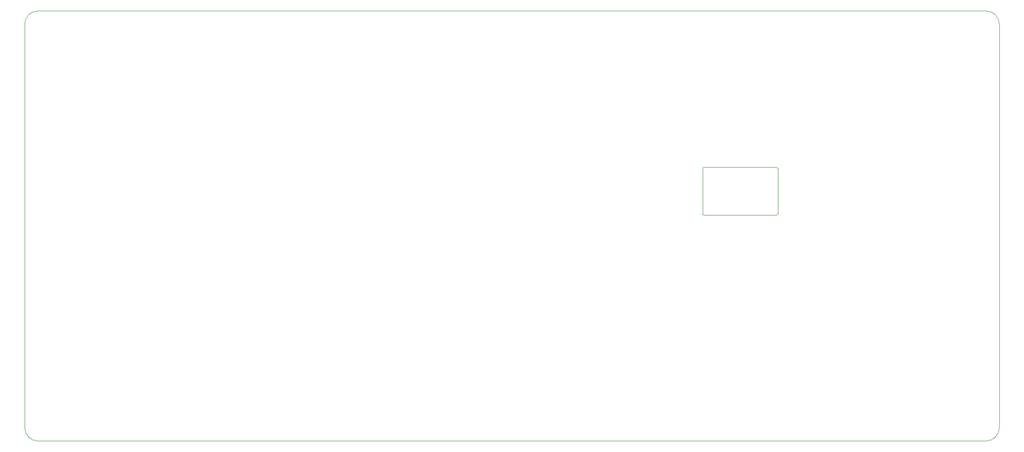
<source format=gbr>
%TF.GenerationSoftware,KiCad,Pcbnew,7.0.2*%
%TF.CreationDate,2023-07-21T23:10:52-07:00*%
%TF.ProjectId,Score-Board,53636f72-652d-4426-9f61-72642e6b6963,1*%
%TF.SameCoordinates,Original*%
%TF.FileFunction,Profile,NP*%
%FSLAX46Y46*%
G04 Gerber Fmt 4.6, Leading zero omitted, Abs format (unit mm)*
G04 Created by KiCad (PCBNEW 7.0.2) date 2023-07-21 23:10:52*
%MOMM*%
%LPD*%
G01*
G04 APERTURE LIST*
%TA.AperFunction,Profile*%
%ADD10C,0.100000*%
%TD*%
G04 APERTURE END LIST*
D10*
X181963125Y-80565499D02*
X168267348Y-80550500D01*
X182217788Y-71752493D02*
X182219175Y-80305176D01*
X168265489Y-71492140D02*
X181957465Y-71496443D01*
X168007025Y-80294450D02*
X168009439Y-71752463D01*
X168007025Y-80294450D02*
G75*
G03*
X168267348Y-80550500I254176J-1941D01*
G01*
X181963125Y-80565499D02*
G75*
G03*
X182219175Y-80305176I1941J254176D01*
G01*
X182217788Y-71752493D02*
G75*
G03*
X181957465Y-71496443I-254176J1941D01*
G01*
X168265489Y-71492140D02*
G75*
G03*
X168009439Y-71752463I-1941J-254176D01*
G01*
X224065000Y-44490000D02*
X224065000Y-120690000D01*
X224065000Y-44490000D02*
G75*
G03*
X221525000Y-41950000I-2540000J0D01*
G01*
X42455000Y-41950000D02*
X221525000Y-41950000D01*
X39915000Y-120690000D02*
X39915000Y-44490000D01*
X39915000Y-120690000D02*
G75*
G03*
X42455000Y-123230000I2540000J0D01*
G01*
X221525000Y-123233173D02*
G75*
G03*
X224068173Y-120690000I0J2543173D01*
G01*
X221525000Y-123233173D02*
X42455000Y-123233173D01*
X42455000Y-41950000D02*
G75*
G03*
X39915000Y-44490000I0J-2540000D01*
G01*
M02*

</source>
